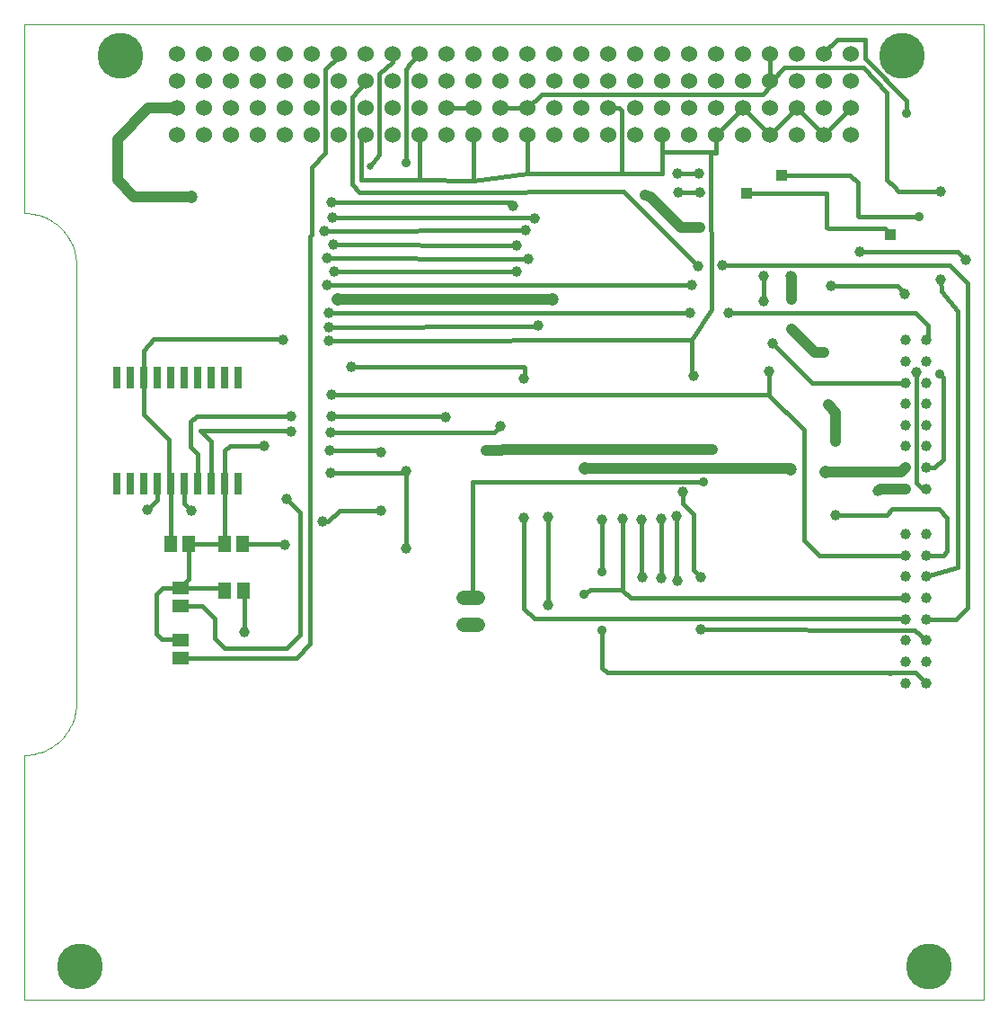
<source format=gtl>
G75*
G70*
%OFA0B0*%
%FSLAX24Y24*%
%IPPOS*%
%LPD*%
%AMOC8*
5,1,8,0,0,1.08239X$1,22.5*
%
%ADD10C,0.0000*%
%ADD11R,0.0260X0.0800*%
%ADD12R,0.0512X0.0591*%
%ADD13R,0.0591X0.0512*%
%ADD14C,0.0600*%
%ADD15C,0.0397*%
%ADD16C,0.0520*%
%ADD17C,0.0160*%
%ADD18C,0.0396*%
%ADD19C,0.0357*%
%ADD20C,0.0260*%
%ADD21C,0.0400*%
%ADD22C,0.0475*%
%ADD23C,0.1699*%
%ADD24R,0.0396X0.0396*%
D10*
X000232Y000231D02*
X035852Y000231D01*
X035852Y036383D01*
X000232Y036383D01*
X000232Y029396D01*
X000324Y029394D01*
X000416Y029387D01*
X000508Y029376D01*
X000599Y029361D01*
X000689Y029341D01*
X000779Y029317D01*
X000867Y029289D01*
X000953Y029257D01*
X001038Y029221D01*
X001121Y029180D01*
X001202Y029136D01*
X001281Y029088D01*
X001357Y029036D01*
X001431Y028981D01*
X001502Y028922D01*
X001571Y028860D01*
X001636Y028795D01*
X001698Y028726D01*
X001757Y028655D01*
X001812Y028581D01*
X001864Y028505D01*
X001912Y028426D01*
X001956Y028345D01*
X001997Y028262D01*
X002033Y028177D01*
X002065Y028091D01*
X002093Y028003D01*
X002117Y027913D01*
X002137Y027823D01*
X002152Y027732D01*
X002163Y027640D01*
X002170Y027548D01*
X002172Y027456D01*
X002172Y011241D01*
X002170Y011149D01*
X002163Y011057D01*
X002152Y010965D01*
X002137Y010874D01*
X002117Y010784D01*
X002093Y010694D01*
X002065Y010606D01*
X002033Y010520D01*
X001997Y010435D01*
X001956Y010352D01*
X001912Y010271D01*
X001864Y010192D01*
X001812Y010116D01*
X001757Y010042D01*
X001698Y009971D01*
X001636Y009902D01*
X001571Y009837D01*
X001502Y009775D01*
X001431Y009716D01*
X001357Y009661D01*
X001281Y009609D01*
X001202Y009561D01*
X001121Y009517D01*
X001038Y009476D01*
X000953Y009440D01*
X000867Y009408D01*
X000779Y009380D01*
X000689Y009356D01*
X000599Y009336D01*
X000508Y009321D01*
X000416Y009310D01*
X000324Y009303D01*
X000232Y009301D01*
X000232Y000231D01*
X001652Y001462D02*
X001654Y001512D01*
X001660Y001562D01*
X001670Y001612D01*
X001683Y001660D01*
X001700Y001708D01*
X001721Y001754D01*
X001745Y001798D01*
X001773Y001840D01*
X001804Y001880D01*
X001838Y001917D01*
X001875Y001952D01*
X001914Y001983D01*
X001955Y002012D01*
X001999Y002037D01*
X002045Y002059D01*
X002092Y002077D01*
X002140Y002091D01*
X002189Y002102D01*
X002239Y002109D01*
X002289Y002112D01*
X002340Y002111D01*
X002390Y002106D01*
X002440Y002097D01*
X002488Y002085D01*
X002536Y002068D01*
X002582Y002048D01*
X002627Y002025D01*
X002670Y001998D01*
X002710Y001968D01*
X002748Y001935D01*
X002783Y001899D01*
X002816Y001860D01*
X002845Y001819D01*
X002871Y001776D01*
X002894Y001731D01*
X002913Y001684D01*
X002928Y001636D01*
X002940Y001587D01*
X002948Y001537D01*
X002952Y001487D01*
X002952Y001437D01*
X002948Y001387D01*
X002940Y001337D01*
X002928Y001288D01*
X002913Y001240D01*
X002894Y001193D01*
X002871Y001148D01*
X002845Y001105D01*
X002816Y001064D01*
X002783Y001025D01*
X002748Y000989D01*
X002710Y000956D01*
X002670Y000926D01*
X002627Y000899D01*
X002582Y000876D01*
X002536Y000856D01*
X002488Y000839D01*
X002440Y000827D01*
X002390Y000818D01*
X002340Y000813D01*
X002289Y000812D01*
X002239Y000815D01*
X002189Y000822D01*
X002140Y000833D01*
X002092Y000847D01*
X002045Y000865D01*
X001999Y000887D01*
X001955Y000912D01*
X001914Y000941D01*
X001875Y000972D01*
X001838Y001007D01*
X001804Y001044D01*
X001773Y001084D01*
X001745Y001126D01*
X001721Y001170D01*
X001700Y001216D01*
X001683Y001264D01*
X001670Y001312D01*
X001660Y001362D01*
X001654Y001412D01*
X001652Y001462D01*
X033152Y001462D02*
X033154Y001512D01*
X033160Y001562D01*
X033170Y001612D01*
X033183Y001660D01*
X033200Y001708D01*
X033221Y001754D01*
X033245Y001798D01*
X033273Y001840D01*
X033304Y001880D01*
X033338Y001917D01*
X033375Y001952D01*
X033414Y001983D01*
X033455Y002012D01*
X033499Y002037D01*
X033545Y002059D01*
X033592Y002077D01*
X033640Y002091D01*
X033689Y002102D01*
X033739Y002109D01*
X033789Y002112D01*
X033840Y002111D01*
X033890Y002106D01*
X033940Y002097D01*
X033988Y002085D01*
X034036Y002068D01*
X034082Y002048D01*
X034127Y002025D01*
X034170Y001998D01*
X034210Y001968D01*
X034248Y001935D01*
X034283Y001899D01*
X034316Y001860D01*
X034345Y001819D01*
X034371Y001776D01*
X034394Y001731D01*
X034413Y001684D01*
X034428Y001636D01*
X034440Y001587D01*
X034448Y001537D01*
X034452Y001487D01*
X034452Y001437D01*
X034448Y001387D01*
X034440Y001337D01*
X034428Y001288D01*
X034413Y001240D01*
X034394Y001193D01*
X034371Y001148D01*
X034345Y001105D01*
X034316Y001064D01*
X034283Y001025D01*
X034248Y000989D01*
X034210Y000956D01*
X034170Y000926D01*
X034127Y000899D01*
X034082Y000876D01*
X034036Y000856D01*
X033988Y000839D01*
X033940Y000827D01*
X033890Y000818D01*
X033840Y000813D01*
X033789Y000812D01*
X033739Y000815D01*
X033689Y000822D01*
X033640Y000833D01*
X033592Y000847D01*
X033545Y000865D01*
X033499Y000887D01*
X033455Y000912D01*
X033414Y000941D01*
X033375Y000972D01*
X033338Y001007D01*
X033304Y001044D01*
X033273Y001084D01*
X033245Y001126D01*
X033221Y001170D01*
X033200Y001216D01*
X033183Y001264D01*
X033170Y001312D01*
X033160Y001362D01*
X033154Y001412D01*
X033152Y001462D01*
X032152Y035212D02*
X032154Y035262D01*
X032160Y035312D01*
X032170Y035362D01*
X032183Y035410D01*
X032200Y035458D01*
X032221Y035504D01*
X032245Y035548D01*
X032273Y035590D01*
X032304Y035630D01*
X032338Y035667D01*
X032375Y035702D01*
X032414Y035733D01*
X032455Y035762D01*
X032499Y035787D01*
X032545Y035809D01*
X032592Y035827D01*
X032640Y035841D01*
X032689Y035852D01*
X032739Y035859D01*
X032789Y035862D01*
X032840Y035861D01*
X032890Y035856D01*
X032940Y035847D01*
X032988Y035835D01*
X033036Y035818D01*
X033082Y035798D01*
X033127Y035775D01*
X033170Y035748D01*
X033210Y035718D01*
X033248Y035685D01*
X033283Y035649D01*
X033316Y035610D01*
X033345Y035569D01*
X033371Y035526D01*
X033394Y035481D01*
X033413Y035434D01*
X033428Y035386D01*
X033440Y035337D01*
X033448Y035287D01*
X033452Y035237D01*
X033452Y035187D01*
X033448Y035137D01*
X033440Y035087D01*
X033428Y035038D01*
X033413Y034990D01*
X033394Y034943D01*
X033371Y034898D01*
X033345Y034855D01*
X033316Y034814D01*
X033283Y034775D01*
X033248Y034739D01*
X033210Y034706D01*
X033170Y034676D01*
X033127Y034649D01*
X033082Y034626D01*
X033036Y034606D01*
X032988Y034589D01*
X032940Y034577D01*
X032890Y034568D01*
X032840Y034563D01*
X032789Y034562D01*
X032739Y034565D01*
X032689Y034572D01*
X032640Y034583D01*
X032592Y034597D01*
X032545Y034615D01*
X032499Y034637D01*
X032455Y034662D01*
X032414Y034691D01*
X032375Y034722D01*
X032338Y034757D01*
X032304Y034794D01*
X032273Y034834D01*
X032245Y034876D01*
X032221Y034920D01*
X032200Y034966D01*
X032183Y035014D01*
X032170Y035062D01*
X032160Y035112D01*
X032154Y035162D01*
X032152Y035212D01*
X003152Y035212D02*
X003154Y035262D01*
X003160Y035312D01*
X003170Y035362D01*
X003183Y035410D01*
X003200Y035458D01*
X003221Y035504D01*
X003245Y035548D01*
X003273Y035590D01*
X003304Y035630D01*
X003338Y035667D01*
X003375Y035702D01*
X003414Y035733D01*
X003455Y035762D01*
X003499Y035787D01*
X003545Y035809D01*
X003592Y035827D01*
X003640Y035841D01*
X003689Y035852D01*
X003739Y035859D01*
X003789Y035862D01*
X003840Y035861D01*
X003890Y035856D01*
X003940Y035847D01*
X003988Y035835D01*
X004036Y035818D01*
X004082Y035798D01*
X004127Y035775D01*
X004170Y035748D01*
X004210Y035718D01*
X004248Y035685D01*
X004283Y035649D01*
X004316Y035610D01*
X004345Y035569D01*
X004371Y035526D01*
X004394Y035481D01*
X004413Y035434D01*
X004428Y035386D01*
X004440Y035337D01*
X004448Y035287D01*
X004452Y035237D01*
X004452Y035187D01*
X004448Y035137D01*
X004440Y035087D01*
X004428Y035038D01*
X004413Y034990D01*
X004394Y034943D01*
X004371Y034898D01*
X004345Y034855D01*
X004316Y034814D01*
X004283Y034775D01*
X004248Y034739D01*
X004210Y034706D01*
X004170Y034676D01*
X004127Y034649D01*
X004082Y034626D01*
X004036Y034606D01*
X003988Y034589D01*
X003940Y034577D01*
X003890Y034568D01*
X003840Y034563D01*
X003789Y034562D01*
X003739Y034565D01*
X003689Y034572D01*
X003640Y034583D01*
X003592Y034597D01*
X003545Y034615D01*
X003499Y034637D01*
X003455Y034662D01*
X003414Y034691D01*
X003375Y034722D01*
X003338Y034757D01*
X003304Y034794D01*
X003273Y034834D01*
X003245Y034876D01*
X003221Y034920D01*
X003200Y034966D01*
X003183Y035014D01*
X003170Y035062D01*
X003160Y035112D01*
X003154Y035162D01*
X003152Y035212D01*
D11*
X003677Y023310D03*
X004177Y023310D03*
X004677Y023310D03*
X005177Y023310D03*
X005677Y023310D03*
X006177Y023310D03*
X006677Y023310D03*
X007177Y023310D03*
X007677Y023310D03*
X008177Y023310D03*
X008177Y019350D03*
X007677Y019350D03*
X007177Y019350D03*
X006677Y019350D03*
X006177Y019350D03*
X005677Y019350D03*
X005177Y019350D03*
X004677Y019350D03*
X004177Y019350D03*
X003677Y019350D03*
D12*
X005677Y017118D03*
X006346Y017118D03*
X007678Y017124D03*
X008347Y017124D03*
X008358Y015378D03*
X007688Y015378D03*
D13*
X006030Y015500D03*
X006030Y014831D03*
X006035Y013575D03*
X006035Y012905D03*
D14*
X005905Y032296D03*
X005905Y033296D03*
X005908Y034293D03*
X006908Y034293D03*
X007908Y034293D03*
X007905Y033296D03*
X007905Y032296D03*
X006905Y032296D03*
X006905Y033296D03*
X008905Y033296D03*
X008905Y032296D03*
X009905Y032296D03*
X009905Y033296D03*
X009908Y034293D03*
X010908Y034293D03*
X010905Y033296D03*
X010905Y032296D03*
X011905Y032296D03*
X012905Y032296D03*
X012905Y033296D03*
X011905Y033296D03*
X011908Y034293D03*
X012908Y034293D03*
X013908Y034293D03*
X013905Y033296D03*
X013905Y032296D03*
X014905Y032296D03*
X014905Y033296D03*
X014908Y034293D03*
X015908Y034293D03*
X016908Y034293D03*
X016905Y033296D03*
X016905Y032296D03*
X015905Y032296D03*
X015905Y033296D03*
X017905Y033296D03*
X017905Y032296D03*
X018905Y032296D03*
X018905Y033296D03*
X018908Y034293D03*
X019908Y034293D03*
X019905Y033296D03*
X019905Y032296D03*
X020905Y032296D03*
X021905Y032296D03*
X021905Y033296D03*
X020905Y033296D03*
X020908Y034293D03*
X021908Y034293D03*
X022908Y034293D03*
X022905Y033296D03*
X022905Y032296D03*
X023905Y032296D03*
X023905Y033296D03*
X023908Y034293D03*
X024908Y034293D03*
X025908Y034293D03*
X025905Y033296D03*
X025905Y032296D03*
X024905Y032296D03*
X024905Y033296D03*
X026905Y033296D03*
X026905Y032296D03*
X027905Y032296D03*
X027905Y033296D03*
X027908Y034293D03*
X028908Y034293D03*
X029908Y034293D03*
X029905Y033296D03*
X029905Y032296D03*
X028905Y032296D03*
X028905Y033296D03*
X030905Y033296D03*
X030905Y032296D03*
X030908Y034293D03*
X030908Y035293D03*
X029908Y035293D03*
X028908Y035293D03*
X027908Y035293D03*
X026908Y035293D03*
X026908Y034293D03*
X025908Y035293D03*
X024908Y035293D03*
X023908Y035293D03*
X022908Y035293D03*
X021908Y035293D03*
X020908Y035293D03*
X019908Y035293D03*
X018908Y035293D03*
X017908Y035293D03*
X017908Y034293D03*
X016908Y035293D03*
X015908Y035293D03*
X014908Y035293D03*
X013908Y035293D03*
X012908Y035293D03*
X011908Y035293D03*
X010908Y035293D03*
X009908Y035293D03*
X008908Y035293D03*
X008908Y034293D03*
X007908Y035293D03*
X006908Y035293D03*
X005908Y035293D03*
D15*
X032931Y024682D03*
X032931Y023895D03*
X032931Y023108D03*
X033719Y023108D03*
X033719Y023895D03*
X033719Y024682D03*
X033719Y022320D03*
X033719Y021533D03*
X032931Y021533D03*
X032931Y022320D03*
X032931Y020745D03*
X032931Y019958D03*
X032931Y019171D03*
X033719Y019171D03*
X033719Y019958D03*
X033719Y020745D03*
X033712Y017487D03*
X032925Y017487D03*
X032925Y016700D03*
X033712Y016700D03*
X033712Y015912D03*
X032925Y015912D03*
X032925Y015125D03*
X033712Y015125D03*
X033712Y014337D03*
X032925Y014337D03*
X032925Y013550D03*
X033712Y013550D03*
X033712Y012762D03*
X033712Y011975D03*
X032925Y011975D03*
X032925Y012762D03*
D16*
X017068Y014133D02*
X016548Y014133D01*
X016548Y015133D02*
X017068Y015133D01*
D17*
X016872Y015191D02*
X016808Y015133D01*
X016872Y015191D02*
X016887Y019439D01*
X025447Y019439D01*
X024688Y019049D02*
X024688Y018634D01*
X025087Y018236D01*
X025087Y016150D01*
X025332Y015905D01*
X024487Y015767D02*
X024447Y015807D01*
X024447Y018159D01*
X023879Y018050D02*
X023879Y015858D01*
X023860Y015862D01*
X023168Y015891D02*
X023139Y015979D01*
X023139Y018011D01*
X022454Y018055D02*
X022454Y015431D01*
X021225Y015431D01*
X021023Y015271D01*
X021665Y016101D02*
X021660Y016107D01*
X021660Y018033D01*
X019691Y018122D02*
X019691Y014853D01*
X019161Y014345D02*
X032917Y014345D01*
X032925Y014337D01*
X033275Y013934D02*
X033712Y013550D01*
X033275Y013934D02*
X025332Y013944D01*
X022741Y015118D02*
X032918Y015118D01*
X032925Y015125D01*
X033712Y015912D02*
X034860Y016268D01*
X034860Y025756D01*
X034264Y026480D01*
X034250Y026941D01*
X034576Y027449D02*
X035245Y026780D01*
X035245Y014746D01*
X034823Y014325D01*
X033725Y014325D01*
X033712Y014337D01*
X033313Y012374D02*
X032339Y012374D01*
X032359Y012342D01*
X032257Y012344D01*
X032408Y012371D01*
X021873Y012371D01*
X021660Y012534D01*
X021675Y012549D01*
X021675Y013937D01*
X022741Y015118D02*
X022454Y015405D01*
X022454Y015431D01*
X019161Y014345D02*
X018763Y014742D01*
X018763Y018100D01*
X017955Y020595D02*
X018003Y020643D01*
X018018Y020628D01*
X017668Y021257D02*
X017913Y021502D01*
X017668Y021257D02*
X011610Y021257D01*
X011637Y021855D02*
X015858Y021855D01*
X015871Y021842D01*
X014412Y019825D02*
X014413Y019823D01*
X014413Y016951D01*
X013458Y018367D02*
X011940Y018367D01*
X011519Y017946D01*
X011320Y017946D01*
X010463Y018287D02*
X009959Y018791D01*
X010463Y018287D02*
X010463Y013753D01*
X009959Y013249D01*
X007680Y013249D01*
X007309Y013621D01*
X007309Y014363D01*
X006841Y014831D01*
X006030Y014831D01*
X006030Y015500D02*
X005385Y015500D01*
X005157Y015273D01*
X005157Y013793D01*
X005356Y013594D01*
X006015Y013594D01*
X006035Y013575D01*
X006035Y012905D02*
X010343Y012905D01*
X010855Y013417D01*
X010855Y028543D01*
X010895Y028582D01*
X010895Y031101D01*
X011410Y031617D01*
X011410Y034713D01*
X011908Y035210D01*
X011908Y035293D01*
X012908Y034293D02*
X012908Y034254D01*
X012417Y033680D01*
X012417Y030452D01*
X012691Y030145D01*
X018403Y030145D01*
X018434Y030149D01*
X018856Y030149D01*
X018952Y030196D01*
X022479Y030196D01*
X025239Y027436D01*
X025009Y026741D02*
X025014Y026736D01*
X025009Y026741D02*
X018198Y026741D01*
X018205Y026734D01*
X018701Y026734D01*
X011462Y026728D01*
X011731Y027230D02*
X018302Y027213D01*
X018565Y027220D01*
X018512Y027215D01*
X018302Y027691D02*
X018952Y027693D01*
X018513Y028184D02*
X018050Y028191D01*
X018051Y028191D01*
X018186Y028190D01*
X011718Y028242D01*
X011364Y028713D02*
X018296Y028765D01*
X017582Y028760D01*
X018825Y028769D01*
X018848Y028756D01*
X019165Y029210D02*
X019275Y029231D01*
X018253Y029231D01*
X018339Y029225D01*
X011668Y029225D01*
X011630Y029787D02*
X018352Y029787D01*
X018368Y029644D01*
X018905Y030856D02*
X022415Y030856D01*
X023905Y030856D01*
X023907Y031647D01*
X025708Y031647D01*
X025730Y025843D01*
X025008Y024691D01*
X025008Y023417D01*
X025075Y023351D01*
X025008Y024691D02*
X011534Y024646D01*
X011538Y025166D02*
X018575Y025206D01*
X019265Y025206D01*
X019293Y025234D01*
X018529Y025696D02*
X024946Y025696D01*
X024948Y025698D01*
X026361Y025698D02*
X033297Y025698D01*
X033761Y025234D01*
X033761Y024724D01*
X033719Y024682D01*
X033333Y023490D02*
X033339Y023430D01*
X033339Y019385D01*
X033559Y019171D01*
X033719Y019171D01*
X033719Y019958D02*
X034020Y019958D01*
X034328Y020266D01*
X034328Y023301D01*
X034204Y023425D01*
X032931Y023108D02*
X032921Y023097D01*
X029472Y023097D01*
X028015Y024554D01*
X028015Y024554D01*
X027873Y023535D02*
X027873Y022692D01*
X027853Y022672D01*
X029179Y021345D01*
X029179Y017258D01*
X029731Y016706D01*
X032918Y016706D01*
X032925Y016700D01*
X033712Y016700D02*
X033714Y016698D01*
X034335Y016698D01*
X034490Y016853D01*
X034490Y018095D01*
X034172Y018413D01*
X032443Y018413D01*
X032236Y018206D01*
X030344Y018206D01*
X031921Y019099D02*
X031993Y019171D01*
X027853Y022672D02*
X011627Y022672D01*
X012371Y023679D02*
X018786Y023679D01*
X018799Y023667D01*
X018799Y023259D01*
X018785Y023246D01*
X018529Y025696D02*
X011553Y025679D01*
X009846Y024704D02*
X009835Y024715D01*
X005038Y024715D01*
X004677Y024278D01*
X004677Y023310D01*
X004677Y021936D01*
X005621Y020993D01*
X005621Y019407D01*
X005677Y019350D01*
X005677Y017119D01*
X005677Y017118D01*
X006346Y017118D02*
X006346Y015816D01*
X006030Y015500D01*
X007566Y015500D01*
X007688Y015378D01*
X008358Y015378D02*
X008395Y015340D01*
X008395Y013859D01*
X008347Y017124D02*
X009877Y017124D01*
X009906Y017094D01*
X007678Y017124D02*
X007678Y019350D01*
X007677Y019350D01*
X007677Y020577D01*
X007867Y020766D01*
X009124Y020766D01*
X009140Y020751D01*
X010115Y021326D02*
X010154Y021288D01*
X010115Y021326D02*
X006765Y021326D01*
X007177Y020914D01*
X007177Y019350D01*
X006677Y019350D02*
X006677Y020457D01*
X006416Y020719D01*
X006416Y021646D01*
X006640Y021870D01*
X010135Y021870D01*
X010150Y021855D01*
X011569Y020608D02*
X013373Y020608D01*
X013465Y020516D01*
X014359Y019772D02*
X014412Y019825D01*
X014359Y019772D02*
X011603Y019772D01*
X007678Y017124D02*
X007673Y017118D01*
X006346Y017118D01*
X006453Y018363D02*
X006177Y018638D01*
X006177Y019350D01*
X005177Y019350D02*
X005177Y018758D01*
X004800Y018381D01*
X011485Y027743D02*
X018224Y027698D01*
X018249Y027682D01*
X018302Y027691D01*
X018198Y026741D02*
X018176Y026741D01*
X016905Y030605D02*
X014905Y030639D01*
X012742Y030639D01*
X012737Y030800D01*
X012737Y032128D01*
X012905Y032296D01*
X013417Y031561D02*
X013082Y031123D01*
X013417Y031561D02*
X013421Y034570D01*
X013908Y034984D01*
X013908Y035293D01*
X014493Y034893D02*
X014493Y034868D01*
X014419Y034719D01*
X014419Y031270D01*
X014905Y030639D02*
X014905Y032296D01*
X014927Y032274D01*
X015905Y033296D02*
X016905Y033296D01*
X016905Y032296D02*
X016905Y030605D01*
X018905Y030856D01*
X018905Y032296D01*
X018905Y033296D02*
X017905Y033296D01*
X018905Y033296D02*
X019452Y033786D01*
X027654Y033786D01*
X027908Y034096D01*
X027908Y034293D01*
X027965Y034293D01*
X028441Y034794D01*
X031358Y034794D01*
X032252Y033875D01*
X032252Y030643D01*
X032541Y030353D01*
X032675Y030180D01*
X033894Y030180D01*
X034237Y030177D01*
X033430Y029265D02*
X033447Y029248D01*
X033430Y029265D02*
X031196Y029265D01*
X031161Y029300D01*
X031161Y030512D01*
X030867Y030807D01*
X028357Y030807D01*
X027046Y030118D02*
X029998Y030118D01*
X030019Y030097D01*
X030019Y028866D01*
X030070Y028815D01*
X032165Y028815D01*
X032373Y028607D01*
X031243Y027972D02*
X034865Y027972D01*
X035175Y027663D01*
X034576Y027449D02*
X026147Y027449D01*
X027667Y027067D02*
X027667Y026139D01*
X027690Y026117D01*
X028682Y027070D02*
X028719Y027033D01*
X030183Y026691D02*
X032634Y026691D01*
X032922Y026404D01*
X029905Y032296D02*
X030905Y033296D01*
X029905Y032296D02*
X028905Y033296D01*
X027905Y032296D01*
X026905Y033296D01*
X025905Y032296D01*
X025905Y031634D01*
X025708Y031647D01*
X025287Y030853D02*
X024489Y030853D01*
X024495Y030147D02*
X025418Y030153D01*
X025312Y030144D01*
X023907Y031647D02*
X023905Y032296D01*
X022415Y033178D02*
X022415Y030856D01*
X022415Y033178D02*
X022297Y033296D01*
X021905Y033296D01*
X016908Y032294D02*
X016905Y032296D01*
X014493Y034893D02*
X014892Y035293D01*
X014908Y035293D01*
X027908Y035293D02*
X027908Y034293D01*
X029908Y035293D02*
X029912Y035351D01*
X030392Y035831D01*
X031432Y035831D01*
X031432Y035111D01*
X032971Y033572D01*
X032971Y033082D01*
X033313Y012374D02*
X033712Y011975D01*
D18*
X030344Y018206D03*
X031921Y019099D03*
X030357Y020940D03*
X030063Y022302D03*
X029915Y024216D03*
X028701Y025082D03*
X028015Y024554D03*
X027873Y023535D03*
X026361Y025698D03*
X027690Y026117D03*
X027667Y027067D03*
X028682Y027070D03*
X028719Y026186D03*
X030183Y026691D03*
X031243Y027972D03*
X032922Y026404D03*
X034250Y026941D03*
X035175Y027663D03*
X034237Y030177D03*
X033333Y023490D03*
X026147Y027449D03*
X025239Y027436D03*
X025014Y026736D03*
X024948Y025698D03*
X025075Y023351D03*
X025761Y020628D03*
X024688Y019049D03*
X024447Y018159D03*
X023879Y018050D03*
X023139Y018011D03*
X022454Y018055D03*
X021660Y018033D03*
X019691Y018122D03*
X018763Y018100D03*
X017370Y020595D03*
X017913Y021502D03*
X018785Y023246D03*
X019293Y025234D03*
X018512Y027215D03*
X018952Y027693D03*
X018513Y028184D03*
X018848Y028756D03*
X019165Y029210D03*
X018368Y029644D03*
X023285Y030076D03*
X024495Y030147D03*
X024489Y030853D03*
X025287Y030853D03*
X025312Y030144D03*
X025315Y028873D03*
X015871Y021842D03*
X014412Y019825D03*
X013465Y020516D03*
X011569Y020608D03*
X011610Y021257D03*
X011637Y021855D03*
X011627Y022672D03*
X012371Y023679D03*
X011534Y024646D03*
X011538Y025166D03*
X011553Y025679D03*
X011462Y026728D03*
X011731Y027230D03*
X011485Y027743D03*
X011718Y028242D03*
X011364Y028713D03*
X011668Y029225D03*
X011630Y029787D03*
X009846Y024704D03*
X010150Y021855D03*
X010154Y021288D03*
X009140Y020751D03*
X009959Y018791D03*
X011320Y017946D03*
X009906Y017094D03*
X011603Y019772D03*
X013458Y018367D03*
X014413Y016951D03*
X019691Y014853D03*
X023168Y015891D03*
X023860Y015862D03*
X024487Y015767D03*
X025332Y015905D03*
X025332Y013944D03*
X008395Y013859D03*
X006453Y018363D03*
X004800Y018381D03*
D19*
X014419Y031270D03*
X025447Y019439D03*
X021665Y016101D03*
X021023Y015271D03*
X021675Y013937D03*
X034204Y023425D03*
X033447Y029248D03*
X032971Y033082D03*
D20*
X013082Y031123D03*
D21*
X011891Y026208D02*
X018480Y026195D01*
X019439Y026195D01*
X019846Y026206D01*
X023285Y030076D02*
X023470Y029999D01*
X023921Y029553D01*
X024601Y028865D01*
X025315Y028873D01*
X028719Y027033D02*
X028719Y026186D01*
X028701Y025082D02*
X029566Y024216D01*
X029915Y024216D01*
X030063Y022302D02*
X030357Y022008D01*
X030357Y020940D01*
X029962Y019800D02*
X032774Y019800D01*
X032931Y019958D01*
X032931Y019171D02*
X031993Y019171D01*
X028659Y019889D02*
X028614Y019933D01*
X021038Y019933D01*
X018018Y020628D02*
X025761Y020628D01*
X017955Y020595D02*
X017370Y020595D01*
X006428Y030004D02*
X004307Y030004D01*
X003692Y030619D01*
X003692Y032138D01*
X004841Y033287D01*
X005931Y033287D01*
X005941Y033296D01*
D22*
X006428Y030004D03*
X011891Y026208D03*
X019846Y026206D03*
X021038Y019933D03*
X028659Y019889D03*
X029962Y019800D03*
D23*
X032802Y035214D03*
X003800Y035212D03*
X002302Y001462D03*
X033799Y001464D03*
D24*
X032373Y028607D03*
X028357Y030807D03*
X027046Y030118D03*
M02*

</source>
